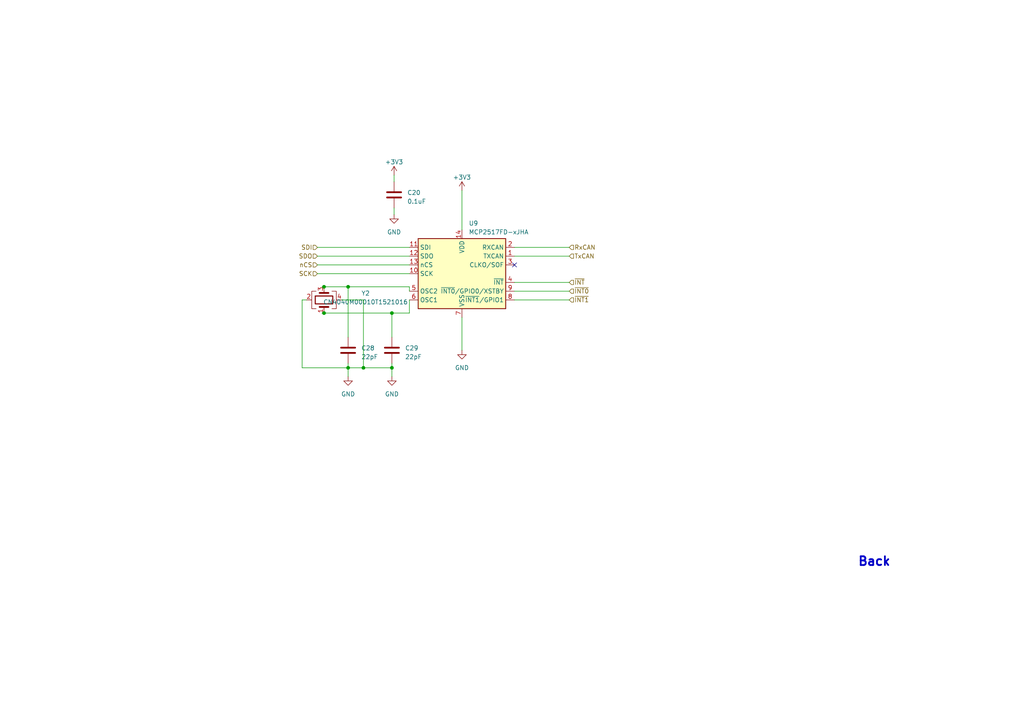
<source format=kicad_sch>
(kicad_sch (version 20230121) (generator eeschema)
  (paper "A4")
  (lib_symbols
    (symbol "Device:C" (pin_numbers hide) (pin_names (offset 0.254))
      (property "Reference" "C" (at 0.635 2.54 0))
      (property "Value" "C" (at 0.635 -2.54 0))
      (symbol "C_0_1"
        (polyline (pts (xy -2.032 -0.762) (xy 2.032 -0.762)) (stroke (width 0.508)))
        (polyline (pts (xy -2.032 0.762) (xy 2.032 0.762)) (stroke (width 0.508)))
      )
      (symbol "C_1_1"
        (pin passive line (at 0 3.81 270) (length 2.794) (name "~") (number "1"))
        (pin passive line (at 0 -3.81 90) (length 2.794) (name "~") (number "2"))
      )
    )
    (symbol "Device:Crystal_GND24" (pin_names (offset 1.016) hide)
      (property "Reference" "Y" (at 3.175 5.08 0))
      (property "Value" "Crystal_GND24" (at 3.175 3.175 0))
      (symbol "Crystal_GND24_0_1"
        (rectangle (start -1.143 2.54) (end 1.143 -2.54) (stroke (width 0.3048)))
        (polyline (pts (xy -2.54 0) (xy -2.032 0)))
        (polyline (pts (xy -2.032 -1.27) (xy -2.032 1.27)) (stroke (width 0.508)))
        (polyline (pts (xy 0 -3.81) (xy 0 -3.556)))
        (polyline (pts (xy 0 3.556) (xy 0 3.81)))
        (polyline (pts (xy 2.032 -1.27) (xy 2.032 1.27)) (stroke (width 0.508)))
        (polyline (pts (xy 2.032 0) (xy 2.54 0)))
        (polyline (pts (xy -2.54 -2.286) (xy -2.54 -3.556) (xy 2.54 -3.556) (xy 2.54 -2.286)))
        (polyline (pts (xy -2.54 2.286) (xy -2.54 3.556) (xy 2.54 3.556) (xy 2.54 2.286)))
      )
      (symbol "Crystal_GND24_1_1"
        (pin passive line (at -3.81 0 0) (length 1.27) (name "1") (number "1"))
        (pin passive line (at 0 5.08 270) (length 1.27) (name "2") (number "2"))
        (pin passive line (at 3.81 0 180) (length 1.27) (name "3") (number "3"))
        (pin passive line (at 0 -5.08 90) (length 1.27) (name "4") (number "4"))
      )
    )
    (symbol "Interface_CAN_LIN:MCP2517FD-xJHA"
      (property "Reference" "U" (at -12.7 12.7 0))
      (property "Value" "MCP2517FD-xJHA" (at 2.54 12.7 0))
      (symbol "MCP2517FD-xJHA_0_1"
        (rectangle (start -12.7 10.16) (end 12.7 -10.16) (stroke (width 0.254)) (fill (type background)))
      )
      (symbol "MCP2517FD-xJHA_1_1"
        (pin output line (at 15.24 5.08 180) (length 2.54) (name "TXCAN") (number "1"))
        (pin input line (at -15.24 0 0) (length 2.54) (name "SCK") (number "10"))
        (pin input line (at -15.24 7.62 0) (length 2.54) (name "SDI") (number "11"))
        (pin output line (at -15.24 5.08 0) (length 2.54) (name "SDO") (number "12"))
        (pin input line (at -15.24 2.54 0) (length 2.54) (name "nCS") (number "13"))
        (pin power_in line (at 0 12.7 270) (length 2.54) (name "VDD") (number "14"))
        (pin passive line (at 0 -12.7 90) (length 2.54) hide (name "VSS") (number "15"))
        (pin input line (at 15.24 7.62 180) (length 2.54) (name "RXCAN") (number "2"))
        (pin output line (at 15.24 2.54 180) (length 2.54) (name "CLKO/SOF") (number "3"))
        (pin output line (at 15.24 -2.54 180) (length 2.54) (name "~{INT}") (number "4"))
        (pin output line (at -15.24 -5.08 0) (length 2.54) (name "OSC2") (number "5"))
        (pin input line (at -15.24 -7.62 0) (length 2.54) (name "OSC1") (number "6"))
        (pin power_in line (at 0 -12.7 90) (length 2.54) (name "VSS") (number "7"))
        (pin bidirectional line (at 15.24 -7.62 180) (length 2.54) (name "~{INT1}/GPIO1") (number "8"))
        (pin bidirectional line (at 15.24 -5.08 180) (length 2.54) (name "~{INT0}/GPIO0/XSTBY") (number "9"))
      )
    )
    (symbol "PCM_4ms_Power-symbol:+3.3V" (power) (pin_names (offset 0))
      (property "Value" "+3.3V" (at 0 3.556 0))
      (symbol "+3.3V_0_1"
        (polyline (pts (xy -0.762 1.27) (xy 0 2.54)))
        (polyline (pts (xy 0 0) (xy 0 2.54)))
        (polyline (pts (xy 0 2.54) (xy 0.762 1.27)))
      )
      (symbol "+3.3V_1_1"
        (pin power_in line (at 0 0 90) (length 0) hide (name "+3V3") (number "1"))
      )
    )
    (symbol "PCM_4ms_Power-symbol:GND" (power) (pin_names (offset 0))
      (property "Value" "GND" (at 0 -3.81 0))
      (symbol "GND_0_1"
        (polyline (pts (xy 0 0) (xy 0 -1.27) (xy 1.27 -1.27) (xy 0 -2.54) (xy -1.27 -1.27) (xy 0 -1.27)))
      )
      (symbol "GND_1_1"
        (pin power_in line (at 0 0 270) (length 0) hide (name "GND") (number "1"))
      )
    )
  )
  (junction (at 93.98 83.185))
  (junction (at 93.98 90.805))
  (junction (at 100.965 83.185))
  (junction (at 113.665 106.68))
  (junction (at 113.665 90.805))
  (junction (at 105.41 106.68))
  (junction (at 100.965 106.68))
  (no_connect (at 149.225 76.835))
  (wire (pts (xy 113.665 105.41) (xy 113.665 106.68)))
  (wire (pts (xy 133.985 55.245) (xy 133.985 66.675)))
  (wire (pts (xy 92.075 76.835) (xy 118.745 76.835)))
  (wire (pts (xy 99.06 86.995) (xy 105.41 86.995)))
  (wire (pts (xy 93.98 90.805) (xy 93.345 90.805)))
  (wire (pts (xy 118.745 90.805) (xy 113.665 90.805)))
  (wire (pts (xy 100.965 105.41) (xy 100.965 106.68)))
  (wire (pts (xy 165.1 81.915) (xy 149.225 81.915)))
  (wire (pts (xy 105.41 106.68) (xy 100.965 106.68)))
  (wire (pts (xy 87.63 106.68) (xy 100.965 106.68)))
  (wire (pts (xy 149.225 74.295) (xy 165.1 74.295)))
  (wire (pts (xy 93.98 83.185) (xy 100.965 83.185)))
  (wire (pts (xy 118.745 86.995) (xy 118.745 90.805)))
  (wire (pts (xy 100.965 83.185) (xy 118.745 83.185)))
  (wire (pts (xy 88.9 86.995) (xy 87.63 86.995)))
  (wire (pts (xy 92.075 79.375) (xy 118.745 79.375)))
  (wire (pts (xy 114.3 50.8) (xy 114.3 52.705)))
  (wire (pts (xy 105.41 106.68) (xy 113.665 106.68)))
  (wire (pts (xy 165.1 84.455) (xy 149.225 84.455)))
  (wire (pts (xy 113.665 90.805) (xy 93.98 90.805)))
  (wire (pts (xy 100.965 106.68) (xy 100.965 109.22)))
  (wire (pts (xy 93.345 83.185) (xy 93.98 83.185)))
  (wire (pts (xy 92.075 74.295) (xy 118.745 74.295)))
  (wire (pts (xy 165.1 86.995) (xy 149.225 86.995)))
  (wire (pts (xy 118.745 83.185) (xy 118.745 84.455)))
  (wire (pts (xy 114.3 60.325) (xy 114.3 62.23)))
  (wire (pts (xy 149.225 71.755) (xy 165.1 71.755)))
  (wire (pts (xy 92.075 71.755) (xy 118.745 71.755)))
  (wire (pts (xy 100.965 83.185) (xy 100.965 97.79)))
  (wire (pts (xy 87.63 86.995) (xy 87.63 106.68)))
  (wire (pts (xy 113.665 106.68) (xy 113.665 109.22)))
  (wire (pts (xy 113.665 90.805) (xy 113.665 97.79)))
  (wire (pts (xy 105.41 86.995) (xy 105.41 106.68)))
  (wire (pts (xy 133.985 92.075) (xy 133.985 101.6)))
  (text "Back" (at 258.445 164.465 0) (effects (font (size 2.54 2.54) bold) (justify right bottom)))
  (hierarchical_label "SCK" (shape input) (at 92.075 79.375 180))
  (hierarchical_label "nCS" (shape input) (at 92.075 76.835 180))
  (hierarchical_label "SDI" (shape input) (at 92.075 71.755 180))
  (hierarchical_label "~{INT1}" (shape input) (at 165.1 86.995 0))
  (hierarchical_label "~{INT}" (shape input) (at 165.1 81.915 0))
  (hierarchical_label "RxCAN" (shape input) (at 165.1 71.755 0))
  (hierarchical_label "~{INT0}" (shape input) (at 165.1 84.455 0))
  (hierarchical_label "TxCAN" (shape input) (at 165.1 74.295 0))
  (hierarchical_label "SDO" (shape input) (at 92.075 74.295 180))
  (symbol (lib_id "PCM_4ms_Power-symbol:GND") (at 113.665 109.22 0) (unit 1)
    (property "Reference" "#PWR047" (effects hide))
    (property "Value" "GND" (at 113.665 114.3 0))
  )
  (symbol (lib_id "Device:Crystal_GND24") (at 93.98 86.995 90) (unit 1)
    (property "Reference" "Y2" (at 106.045 85.0647 90))
    (property "Value" "CN4040M00010T1521016" (at 106.045 87.6047 90))
    (property "Footprint" "Crystal:Crystal_SMD_2016-4Pin_2.0x1.6mm" (effects hide))
  )
  (symbol (lib_id "PCM_4ms_Power-symbol:+3.3V") (at 133.985 55.245 0) (unit 1)
    (property "Reference" "#PWR033" (effects hide))
    (property "Value" "+3.3V" (at 133.985 51.435 0))
  )
  (symbol (lib_id "Device:C") (at 100.965 101.6 0) (unit 1)
    (property "Reference" "C28" (at 104.775 100.965 0) (effects (justify left)))
    (property "Value" "22pF" (at 104.775 103.505 0) (effects (justify left)))
    (property "Footprint" "Capacitor_SMD:C_0603_1608Metric_Pad1.08x0.95mm_HandSolder" (effects hide))
  )
  (symbol (lib_id "Interface_CAN_LIN:MCP2517FD-xJHA") (at 133.985 79.375 0) (unit 1)
    (property "Reference" "U9" (at 135.9409 64.77 0) (effects (justify left)))
    (property "Value" "MCP2517FD-xJHA" (at 135.9409 67.31 0) (effects (justify left)))
    (property "Footprint" "Package_DFN_QFN:DFN-14-1EP_3x4.5mm_P0.65mm_EP1.65x4.25mm" (effects hide))
    (property "Datasheet" "https://ww1.microchip.com/downloads/en/DeviceDoc/20005688A.pdf" (effects hide))
  )
  (symbol (lib_id "Device:C") (at 114.3 56.515 0) (unit 1)
    (property "Reference" "C20" (at 118.11 55.88 0) (effects (justify left)))
    (property "Value" "0.1uF" (at 118.11 58.42 0) (effects (justify left)))
    (property "Footprint" "Capacitor_SMD:C_0603_1608Metric_Pad1.08x0.95mm_HandSolder" (effects hide))
  )
  (symbol (lib_id "Device:C") (at 113.665 101.6 0) (unit 1)
    (property "Reference" "C29" (at 117.475 100.965 0) (effects (justify left)))
    (property "Value" "22pF" (at 117.475 103.505 0) (effects (justify left)))
    (property "Footprint" "Capacitor_SMD:C_0603_1608Metric_Pad1.08x0.95mm_HandSolder" (effects hide))
  )
  (symbol (lib_id "PCM_4ms_Power-symbol:GND") (at 100.965 109.22 0) (unit 1)
    (property "Reference" "#PWR048" (effects hide))
    (property "Value" "GND" (at 100.965 114.3 0))
  )
  (symbol (lib_id "PCM_4ms_Power-symbol:+3.3V") (at 114.3 50.8 0) (unit 1)
    (property "Reference" "#PWR036" (effects hide))
    (property "Value" "+3.3V" (at 114.3 46.99 0))
  )
  (symbol (lib_id "PCM_4ms_Power-symbol:GND") (at 133.985 101.6 0) (unit 1)
    (property "Reference" "#PWR034" (effects hide))
    (property "Value" "GND" (at 133.985 106.68 0))
  )
  (symbol (lib_id "PCM_4ms_Power-symbol:GND") (at 114.3 62.23 0) (unit 1)
    (property "Reference" "#PWR035" (effects hide))
    (property "Value" "GND" (at 114.3 67.31 0))
  )
)
</source>
